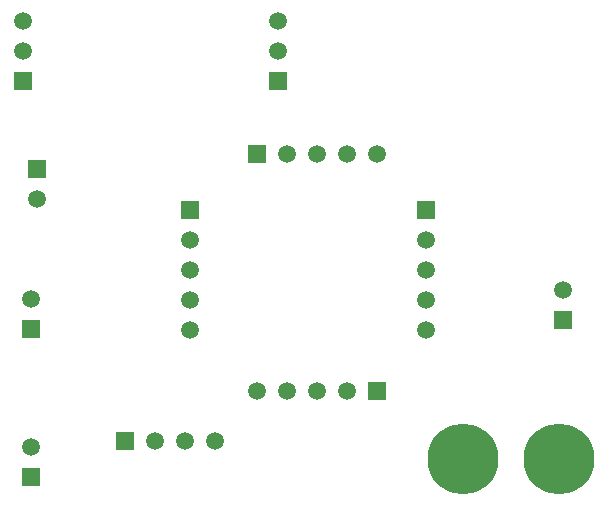
<source format=gbr>
%FSTAX25Y25*%
%MOMM*%
%SFA1B1*%

%IPPOS*%
%ADD32C,5.999988*%
%ADD33R,1.499997X1.499997*%
%ADD34C,1.499997*%
%ADD35R,1.499997X1.499997*%
%LNdevboard_pads_bot-1*%
%LPD*%
G54D32*
X4009712Y0349999D03*
X4819997D03*
G54D33*
X4855001Y1526001D03*
X0399999Y2799999D03*
X2444503Y3544999D03*
X0349999Y1449999D03*
Y0195999D03*
X0286999Y3544999D03*
X1699999Y2457998D03*
X3699997D03*
G54D34*
X4855001Y1780001D03*
X1907999Y0499999D03*
X1653999D03*
X1399999D03*
X0399999Y2545999D03*
X2444503Y3798999D03*
Y4052999D03*
X0349999Y1703999D03*
Y0449999D03*
X0286999Y3798999D03*
Y4052999D03*
X3284697Y2925297D03*
X3030697D03*
X2776697D03*
X2522697D03*
X1699999Y1441998D03*
Y1695998D03*
Y1949998D03*
Y2203998D03*
X3699997Y1441998D03*
Y1695998D03*
Y1949998D03*
Y2203998D03*
X2268697Y0925299D03*
X2522697D03*
X2776697D03*
X3030697D03*
G54D35*
X1145999Y0499999D03*
X2268697Y2925297D03*
X3284697Y0925299D03*
M02*
</source>
